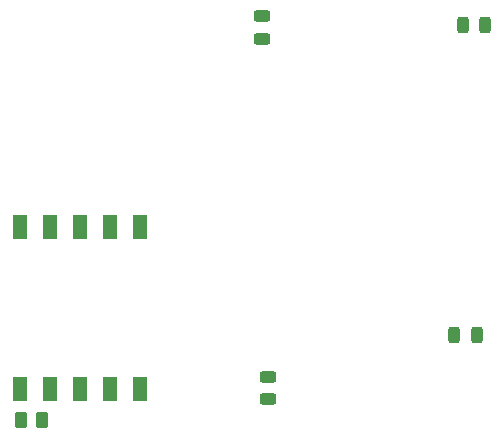
<source format=gtp>
G04 #@! TF.GenerationSoftware,KiCad,Pcbnew,(6.0.0)*
G04 #@! TF.CreationDate,2022-01-21T17:49:37-05:00*
G04 #@! TF.ProjectId,serial_interface,73657269-616c-45f6-996e-746572666163,D1*
G04 #@! TF.SameCoordinates,Original*
G04 #@! TF.FileFunction,Paste,Top*
G04 #@! TF.FilePolarity,Positive*
%FSLAX45Y45*%
G04 Gerber Fmt 4.5, Leading zero omitted, Abs format (unit mm)*
G04 Created by KiCad (PCBNEW (6.0.0)) date 2022-01-21 17:49:37*
%MOMM*%
%LPD*%
G01*
G04 APERTURE LIST*
G04 Aperture macros list*
%AMRoundRect*
0 Rectangle with rounded corners*
0 $1 Rounding radius*
0 $2 $3 $4 $5 $6 $7 $8 $9 X,Y pos of 4 corners*
0 Add a 4 corners polygon primitive as box body*
4,1,4,$2,$3,$4,$5,$6,$7,$8,$9,$2,$3,0*
0 Add four circle primitives for the rounded corners*
1,1,$1+$1,$2,$3*
1,1,$1+$1,$4,$5*
1,1,$1+$1,$6,$7*
1,1,$1+$1,$8,$9*
0 Add four rect primitives between the rounded corners*
20,1,$1+$1,$2,$3,$4,$5,0*
20,1,$1+$1,$4,$5,$6,$7,0*
20,1,$1+$1,$6,$7,$8,$9,0*
20,1,$1+$1,$8,$9,$2,$3,0*%
G04 Aperture macros list end*
%ADD10R,1.300000X2.000000*%
%ADD11RoundRect,0.250000X-0.262500X-0.450000X0.262500X-0.450000X0.262500X0.450000X-0.262500X0.450000X0*%
%ADD12RoundRect,0.243750X-0.243750X-0.456250X0.243750X-0.456250X0.243750X0.456250X-0.243750X0.456250X0*%
%ADD13RoundRect,0.243750X0.243750X0.456250X-0.243750X0.456250X-0.243750X-0.456250X0.243750X-0.456250X0*%
%ADD14RoundRect,0.243750X0.456250X-0.243750X0.456250X0.243750X-0.456250X0.243750X-0.456250X-0.243750X0*%
G04 APERTURE END LIST*
D10*
X11375000Y-12585000D03*
X11629000Y-12585000D03*
X11883000Y-12585000D03*
X12137000Y-12585000D03*
X12391000Y-12585000D03*
X12391000Y-11215000D03*
X12137000Y-11215000D03*
X11883000Y-11215000D03*
X11629000Y-11215000D03*
X11375000Y-11215000D03*
D11*
X11383750Y-12850000D03*
X11566250Y-12850000D03*
D12*
X15243750Y-12125000D03*
X15056250Y-12125000D03*
D13*
X15131250Y-9500000D03*
X15318750Y-9500000D03*
D14*
X13475000Y-12481250D03*
X13475000Y-12668750D03*
X13425000Y-9431250D03*
X13425000Y-9618750D03*
M02*

</source>
